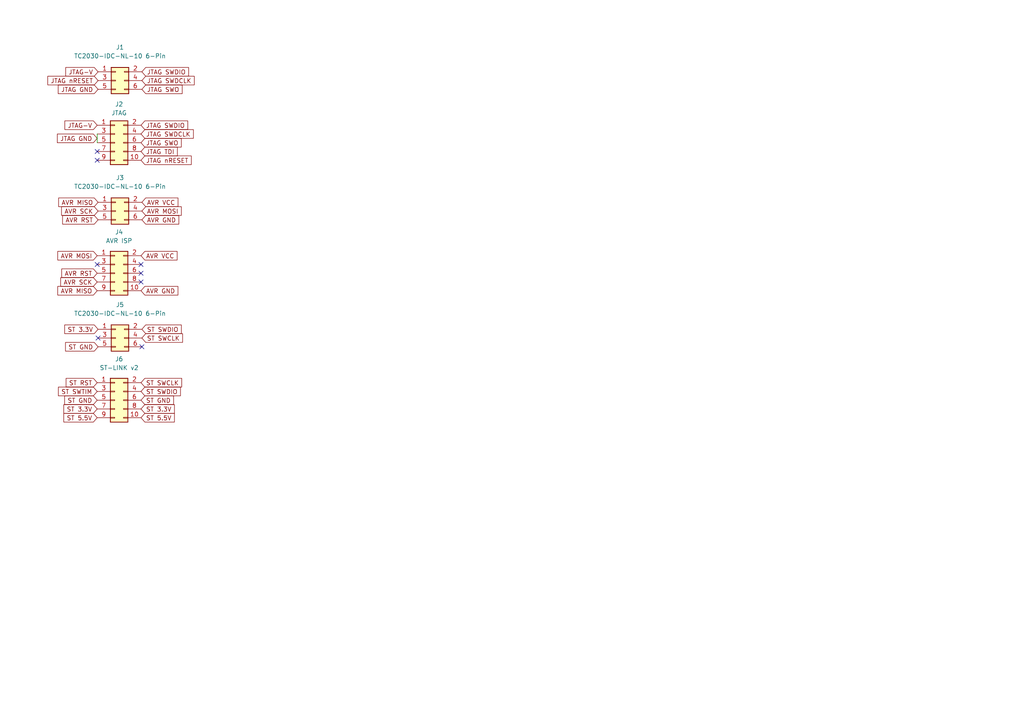
<source format=kicad_sch>
(kicad_sch (version 20211123) (generator eeschema)
  (paper "A4")
  (lib_symbols
    (symbol "Connector_Generic:Conn_02x03_Odd_Even" (pin_names (offset 1.016) hide)
      (property "Reference" "J" (at 1.27 5.08 0))
      (property "Value" "Conn_02x03_Odd_Even" (at 1.27 -5.08 0))
      (symbol "Conn_02x03_Odd_Even_1_1"
        (rectangle (start -1.27 -2.413) (end 0 -2.667) (stroke (width 0.1524)))
        (rectangle (start -1.27 0.127) (end 0 -0.127) (stroke (width 0.1524)))
        (rectangle (start -1.27 2.667) (end 0 2.413) (stroke (width 0.1524)))
        (rectangle (start -1.27 3.81) (end 3.81 -3.81) (stroke (width 0.254)) (fill (type background)))
        (rectangle (start 3.81 -2.413) (end 2.54 -2.667) (stroke (width 0.1524)))
        (rectangle (start 3.81 0.127) (end 2.54 -0.127) (stroke (width 0.1524)))
        (rectangle (start 3.81 2.667) (end 2.54 2.413) (stroke (width 0.1524)))
        (pin passive line (at -5.08 2.54 0) (length 3.81) (name "Pin_1") (number "1"))
        (pin passive line (at 7.62 2.54 180) (length 3.81) (name "Pin_2") (number "2"))
        (pin passive line (at -5.08 0 0) (length 3.81) (name "Pin_3") (number "3"))
        (pin passive line (at 7.62 0 180) (length 3.81) (name "Pin_4") (number "4"))
        (pin passive line (at -5.08 -2.54 0) (length 3.81) (name "Pin_5") (number "5"))
        (pin passive line (at 7.62 -2.54 180) (length 3.81) (name "Pin_6") (number "6"))
      )
    )
    (symbol "Connector_Generic:Conn_02x05_Odd_Even" (pin_names (offset 1.016) hide)
      (property "Reference" "J" (at 1.27 7.62 0))
      (property "Value" "Conn_02x05_Odd_Even" (at 1.27 -7.62 0))
      (symbol "Conn_02x05_Odd_Even_1_1"
        (rectangle (start -1.27 -4.953) (end 0 -5.207) (stroke (width 0.1524)))
        (rectangle (start -1.27 -2.413) (end 0 -2.667) (stroke (width 0.1524)))
        (rectangle (start -1.27 0.127) (end 0 -0.127) (stroke (width 0.1524)))
        (rectangle (start -1.27 2.667) (end 0 2.413) (stroke (width 0.1524)))
        (rectangle (start -1.27 5.207) (end 0 4.953) (stroke (width 0.1524)))
        (rectangle (start -1.27 6.35) (end 3.81 -6.35) (stroke (width 0.254)) (fill (type background)))
        (rectangle (start 3.81 -4.953) (end 2.54 -5.207) (stroke (width 0.1524)))
        (rectangle (start 3.81 -2.413) (end 2.54 -2.667) (stroke (width 0.1524)))
        (rectangle (start 3.81 0.127) (end 2.54 -0.127) (stroke (width 0.1524)))
        (rectangle (start 3.81 2.667) (end 2.54 2.413) (stroke (width 0.1524)))
        (rectangle (start 3.81 5.207) (end 2.54 4.953) (stroke (width 0.1524)))
        (pin passive line (at -5.08 5.08 0) (length 3.81) (name "Pin_1") (number "1"))
        (pin passive line (at 7.62 -5.08 180) (length 3.81) (name "Pin_10") (number "10"))
        (pin passive line (at 7.62 5.08 180) (length 3.81) (name "Pin_2") (number "2"))
        (pin passive line (at -5.08 2.54 0) (length 3.81) (name "Pin_3") (number "3"))
        (pin passive line (at 7.62 2.54 180) (length 3.81) (name "Pin_4") (number "4"))
        (pin passive line (at -5.08 0 0) (length 3.81) (name "Pin_5") (number "5"))
        (pin passive line (at 7.62 0 180) (length 3.81) (name "Pin_6") (number "6"))
        (pin passive line (at -5.08 -2.54 0) (length 3.81) (name "Pin_7") (number "7"))
        (pin passive line (at 7.62 -2.54 180) (length 3.81) (name "Pin_8") (number "8"))
        (pin passive line (at -5.08 -5.08 0) (length 3.81) (name "Pin_9") (number "9"))
      )
    )
  )
  (no_connect (at 41.148 100.584))
  (no_connect (at 28.448 98.044))
  (no_connect (at 28.194 43.942))
  (no_connect (at 28.194 46.482))
  (no_connect (at 28.194 76.708))
  (no_connect (at 40.894 76.708))
  (no_connect (at 40.894 79.248))
  (no_connect (at 40.894 81.788))
  (wire (pts (xy 28.194 38.862) (xy 28.194 41.402)))
  (global_label "ST 5.5V" (shape input) (at 40.894 121.158 0) (property "Intersheet References" "${INTERSHEET_REFS}" (effects hide)))
  (global_label "ST GND" (shape input) (at 28.448 100.584 180) (property "Intersheet References" "${INTERSHEET_REFS}" (effects hide)))
  (global_label "AVR SCK" (shape input) (at 28.448 61.214 180) (property "Intersheet References" "${INTERSHEET_REFS}" (effects hide)))
  (global_label "ST SWDIO" (shape input) (at 40.894 113.538 0) (property "Intersheet References" "${INTERSHEET_REFS}" (effects hide)))
  (global_label "ST SWTIM" (shape input) (at 28.194 113.538 180) (property "Intersheet References" "${INTERSHEET_REFS}" (effects hide)))
  (global_label "JTAG SWDIO" (shape input) (at 40.894 36.322 0) (property "Intersheet References" "${INTERSHEET_REFS}" (effects hide)))
  (global_label "AVR RST" (shape input) (at 28.194 79.248 180) (property "Intersheet References" "${INTERSHEET_REFS}" (effects hide)))
  (global_label "ST SWDIO" (shape input) (at 41.148 95.504 0) (property "Intersheet References" "${INTERSHEET_REFS}" (effects hide)))
  (global_label "JTAG SWDCLK" (shape input) (at 41.148 23.368 0) (property "Intersheet References" "${INTERSHEET_REFS}" (effects hide)))
  (global_label "ST RST" (shape input) (at 28.194 110.998 180) (property "Intersheet References" "${INTERSHEET_REFS}" (effects hide)))
  (global_label "JTAG SWDIO" (shape input) (at 41.148 20.828 0) (property "Intersheet References" "${INTERSHEET_REFS}" (effects hide)))
  (global_label "JTAG TDI" (shape input) (at 40.894 43.942 0) (property "Intersheet References" "${INTERSHEET_REFS}" (effects hide)))
  (global_label "AVR VCC" (shape input) (at 41.148 58.674 0) (property "Intersheet References" "${INTERSHEET_REFS}" (effects hide)))
  (global_label "JTAG SWO" (shape input) (at 41.148 25.908 0) (property "Intersheet References" "${INTERSHEET_REFS}" (effects hide)))
  (global_label "ST 3.3V" (shape input) (at 28.194 118.618 180) (property "Intersheet References" "${INTERSHEET_REFS}" (effects hide)))
  (global_label "ST SWCLK" (shape input) (at 40.894 110.998 0) (property "Intersheet References" "${INTERSHEET_REFS}" (effects hide)))
  (global_label "JTAG GND" (shape input) (at 28.194 40.132 180) (property "Intersheet References" "${INTERSHEET_REFS}" (effects hide)))
  (global_label "AVR GND" (shape input) (at 41.148 63.754 0) (property "Intersheet References" "${INTERSHEET_REFS}" (effects hide)))
  (global_label "ST 3.3V" (shape input) (at 40.894 118.618 0) (property "Intersheet References" "${INTERSHEET_REFS}" (effects hide)))
  (global_label "JTAG nRESET" (shape input) (at 28.448 23.368 180) (property "Intersheet References" "${INTERSHEET_REFS}" (effects hide)))
  (global_label "ST SWCLK" (shape input) (at 41.148 98.044 0) (property "Intersheet References" "${INTERSHEET_REFS}" (effects hide)))
  (global_label "JTAG-V" (shape input) (at 28.448 20.828 180) (property "Intersheet References" "${INTERSHEET_REFS}" (effects hide)))
  (global_label "JTAG GND" (shape input) (at 28.448 25.908 180) (property "Intersheet References" "${INTERSHEET_REFS}" (effects hide)))
  (global_label "AVR MOSI" (shape input) (at 28.194 74.168 180) (property "Intersheet References" "${INTERSHEET_REFS}" (effects hide)))
  (global_label "ST 5.5V" (shape input) (at 28.194 121.158 180) (property "Intersheet References" "${INTERSHEET_REFS}" (effects hide)))
  (global_label "AVR SCK" (shape input) (at 28.194 81.788 180) (property "Intersheet References" "${INTERSHEET_REFS}" (effects hide)))
  (global_label "AVR MISO" (shape input) (at 28.448 58.674 180) (property "Intersheet References" "${INTERSHEET_REFS}" (effects hide)))
  (global_label "AVR RST" (shape input) (at 28.448 63.754 180) (property "Intersheet References" "${INTERSHEET_REFS}" (effects hide)))
  (global_label "AVR GND" (shape input) (at 40.894 84.328 0) (property "Intersheet References" "${INTERSHEET_REFS}" (effects hide)))
  (global_label "ST GND" (shape input) (at 40.894 116.078 0) (property "Intersheet References" "${INTERSHEET_REFS}" (effects hide)))
  (global_label "AVR MISO" (shape input) (at 28.194 84.328 180) (property "Intersheet References" "${INTERSHEET_REFS}" (effects hide)))
  (global_label "JTAG SWDCLK" (shape input) (at 40.894 38.862 0) (property "Intersheet References" "${INTERSHEET_REFS}" (effects hide)))
  (global_label "AVR MOSI" (shape input) (at 41.148 61.214 0) (property "Intersheet References" "${INTERSHEET_REFS}" (effects hide)))
  (global_label "ST GND" (shape input) (at 28.194 116.078 180) (property "Intersheet References" "${INTERSHEET_REFS}" (effects hide)))
  (global_label "JTAG SWO" (shape input) (at 40.894 41.402 0) (property "Intersheet References" "${INTERSHEET_REFS}" (effects hide)))
  (global_label "ST 3.3V" (shape input) (at 28.448 95.504 180) (property "Intersheet References" "${INTERSHEET_REFS}" (effects hide)))
  (global_label "AVR VCC" (shape input) (at 40.894 74.168 0) (property "Intersheet References" "${INTERSHEET_REFS}" (effects hide)))
  (global_label "JTAG-V" (shape input) (at 28.194 36.322 180) (property "Intersheet References" "${INTERSHEET_REFS}" (effects hide)))
  (global_label "JTAG nRESET" (shape input) (at 40.894 46.482 0) (property "Intersheet References" "${INTERSHEET_REFS}" (effects hide)))
  (symbol (lib_id "Connector_Generic:Conn_02x05_Odd_Even") (at 33.274 79.248 0) (unit 1)
    (property "Reference" "J4" (at 34.544 67.31 0))
    (property "Value" "AVR ISP" (at 34.544 69.85 0))
    (property "Footprint" "Connector_PinHeader_2.54mm:PinHeader_2x05_P2.54mm_Vertical" (effects hide))
  )
  (symbol (lib_id "Connector_Generic:Conn_02x05_Odd_Even") (at 33.274 41.402 0) (unit 1)
    (property "Reference" "J2" (at 34.544 30.226 0))
    (property "Value" "JTAG" (at 34.544 32.766 0))
    (property "Footprint" "Connector_PinHeader_1.27mm:PinHeader_2x05_P1.27mm_Vertical_SMD" (effects hide))
  )
  (symbol (lib_id "Connector_Generic:Conn_02x03_Odd_Even") (at 33.528 98.044 0) (unit 1)
    (property "Reference" "J5" (at 34.798 88.392 0))
    (property "Value" "TC2030-IDC-NL-10 6-Pin" (at 34.798 90.932 0))
    (property "Footprint" "Connector_PinHeader_2.54mm:PinHeader_2x03_P2.54mm_Vertical" (effects hide))
  )
  (symbol (lib_id "Connector_Generic:Conn_02x03_Odd_Even") (at 33.528 61.214 0) (unit 1)
    (property "Reference" "J3" (at 34.798 51.562 0))
    (property "Value" "TC2030-IDC-NL-10 6-Pin" (at 34.798 54.102 0))
    (property "Footprint" "Connector_PinHeader_2.54mm:PinHeader_2x03_P2.54mm_Vertical" (effects hide))
  )
  (symbol (lib_id "Connector_Generic:Conn_02x03_Odd_Even") (at 33.528 23.368 0) (unit 1)
    (property "Reference" "J1" (at 34.798 13.716 0))
    (property "Value" "TC2030-IDC-NL-10 6-Pin" (at 34.798 16.256 0))
    (property "Footprint" "Connector_PinHeader_2.54mm:PinHeader_2x03_P2.54mm_Vertical" (effects hide))
  )
  (symbol (lib_id "Connector_Generic:Conn_02x05_Odd_Even") (at 33.274 116.078 0) (unit 1)
    (property "Reference" "J6" (at 34.544 104.14 0))
    (property "Value" "ST-LINK v2" (at 34.544 106.68 0))
    (property "Footprint" "Connector_PinHeader_2.54mm:PinHeader_2x05_P2.54mm_Vertical" (effects hide))
  )
)
</source>
